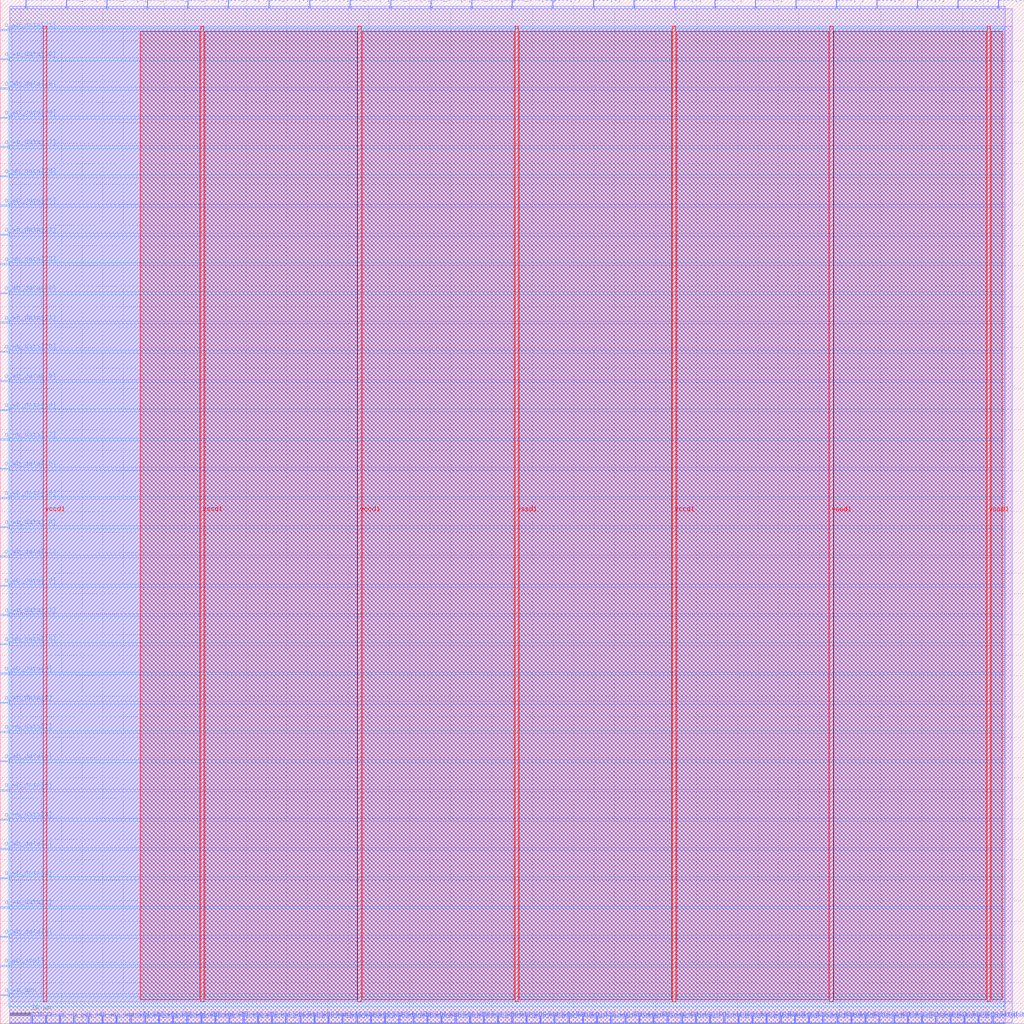
<source format=lef>
VERSION 5.7 ;
  NOWIREEXTENSIONATPIN ON ;
  DIVIDERCHAR "/" ;
  BUSBITCHARS "[]" ;
MACRO wb_buttons_leds
  CLASS BLOCK ;
  FOREIGN wb_buttons_leds ;
  ORIGIN 0.000 0.000 ;
  SIZE 500.000 BY 500.000 ;
  PIN buttons
    DIRECTION INPUT ;
    USE SIGNAL ;
    PORT
      LAYER met2 ;
        RECT 12.510 496.000 12.790 500.000 ;
    END
  END buttons
  PIN clk
    DIRECTION INPUT ;
    USE SIGNAL ;
    PORT
      LAYER met2 ;
        RECT 15.270 0.000 15.550 4.000 ;
    END
  END clk
  PIN i_wb_addr[0]
    DIRECTION INPUT ;
    USE SIGNAL ;
    PORT
      LAYER met2 ;
        RECT 49.770 0.000 50.050 4.000 ;
    END
  END i_wb_addr[0]
  PIN i_wb_addr[10]
    DIRECTION INPUT ;
    USE SIGNAL ;
    PORT
      LAYER met2 ;
        RECT 118.770 0.000 119.050 4.000 ;
    END
  END i_wb_addr[10]
  PIN i_wb_addr[11]
    DIRECTION INPUT ;
    USE SIGNAL ;
    PORT
      LAYER met2 ;
        RECT 125.670 0.000 125.950 4.000 ;
    END
  END i_wb_addr[11]
  PIN i_wb_addr[12]
    DIRECTION INPUT ;
    USE SIGNAL ;
    PORT
      LAYER met2 ;
        RECT 132.570 0.000 132.850 4.000 ;
    END
  END i_wb_addr[12]
  PIN i_wb_addr[13]
    DIRECTION INPUT ;
    USE SIGNAL ;
    PORT
      LAYER met2 ;
        RECT 139.470 0.000 139.750 4.000 ;
    END
  END i_wb_addr[13]
  PIN i_wb_addr[14]
    DIRECTION INPUT ;
    USE SIGNAL ;
    PORT
      LAYER met2 ;
        RECT 146.370 0.000 146.650 4.000 ;
    END
  END i_wb_addr[14]
  PIN i_wb_addr[15]
    DIRECTION INPUT ;
    USE SIGNAL ;
    PORT
      LAYER met2 ;
        RECT 153.270 0.000 153.550 4.000 ;
    END
  END i_wb_addr[15]
  PIN i_wb_addr[16]
    DIRECTION INPUT ;
    USE SIGNAL ;
    PORT
      LAYER met2 ;
        RECT 160.170 0.000 160.450 4.000 ;
    END
  END i_wb_addr[16]
  PIN i_wb_addr[17]
    DIRECTION INPUT ;
    USE SIGNAL ;
    PORT
      LAYER met2 ;
        RECT 167.070 0.000 167.350 4.000 ;
    END
  END i_wb_addr[17]
  PIN i_wb_addr[18]
    DIRECTION INPUT ;
    USE SIGNAL ;
    PORT
      LAYER met2 ;
        RECT 173.970 0.000 174.250 4.000 ;
    END
  END i_wb_addr[18]
  PIN i_wb_addr[19]
    DIRECTION INPUT ;
    USE SIGNAL ;
    PORT
      LAYER met2 ;
        RECT 180.870 0.000 181.150 4.000 ;
    END
  END i_wb_addr[19]
  PIN i_wb_addr[1]
    DIRECTION INPUT ;
    USE SIGNAL ;
    PORT
      LAYER met2 ;
        RECT 56.670 0.000 56.950 4.000 ;
    END
  END i_wb_addr[1]
  PIN i_wb_addr[20]
    DIRECTION INPUT ;
    USE SIGNAL ;
    PORT
      LAYER met2 ;
        RECT 187.770 0.000 188.050 4.000 ;
    END
  END i_wb_addr[20]
  PIN i_wb_addr[21]
    DIRECTION INPUT ;
    USE SIGNAL ;
    PORT
      LAYER met2 ;
        RECT 194.670 0.000 194.950 4.000 ;
    END
  END i_wb_addr[21]
  PIN i_wb_addr[22]
    DIRECTION INPUT ;
    USE SIGNAL ;
    PORT
      LAYER met2 ;
        RECT 201.570 0.000 201.850 4.000 ;
    END
  END i_wb_addr[22]
  PIN i_wb_addr[23]
    DIRECTION INPUT ;
    USE SIGNAL ;
    PORT
      LAYER met2 ;
        RECT 208.470 0.000 208.750 4.000 ;
    END
  END i_wb_addr[23]
  PIN i_wb_addr[24]
    DIRECTION INPUT ;
    USE SIGNAL ;
    PORT
      LAYER met2 ;
        RECT 215.370 0.000 215.650 4.000 ;
    END
  END i_wb_addr[24]
  PIN i_wb_addr[25]
    DIRECTION INPUT ;
    USE SIGNAL ;
    PORT
      LAYER met2 ;
        RECT 222.270 0.000 222.550 4.000 ;
    END
  END i_wb_addr[25]
  PIN i_wb_addr[26]
    DIRECTION INPUT ;
    USE SIGNAL ;
    PORT
      LAYER met2 ;
        RECT 229.170 0.000 229.450 4.000 ;
    END
  END i_wb_addr[26]
  PIN i_wb_addr[27]
    DIRECTION INPUT ;
    USE SIGNAL ;
    PORT
      LAYER met2 ;
        RECT 236.070 0.000 236.350 4.000 ;
    END
  END i_wb_addr[27]
  PIN i_wb_addr[28]
    DIRECTION INPUT ;
    USE SIGNAL ;
    PORT
      LAYER met2 ;
        RECT 242.970 0.000 243.250 4.000 ;
    END
  END i_wb_addr[28]
  PIN i_wb_addr[29]
    DIRECTION INPUT ;
    USE SIGNAL ;
    PORT
      LAYER met2 ;
        RECT 249.870 0.000 250.150 4.000 ;
    END
  END i_wb_addr[29]
  PIN i_wb_addr[2]
    DIRECTION INPUT ;
    USE SIGNAL ;
    PORT
      LAYER met2 ;
        RECT 63.570 0.000 63.850 4.000 ;
    END
  END i_wb_addr[2]
  PIN i_wb_addr[30]
    DIRECTION INPUT ;
    USE SIGNAL ;
    PORT
      LAYER met2 ;
        RECT 256.770 0.000 257.050 4.000 ;
    END
  END i_wb_addr[30]
  PIN i_wb_addr[31]
    DIRECTION INPUT ;
    USE SIGNAL ;
    PORT
      LAYER met2 ;
        RECT 263.670 0.000 263.950 4.000 ;
    END
  END i_wb_addr[31]
  PIN i_wb_addr[3]
    DIRECTION INPUT ;
    USE SIGNAL ;
    PORT
      LAYER met2 ;
        RECT 70.470 0.000 70.750 4.000 ;
    END
  END i_wb_addr[3]
  PIN i_wb_addr[4]
    DIRECTION INPUT ;
    USE SIGNAL ;
    PORT
      LAYER met2 ;
        RECT 77.370 0.000 77.650 4.000 ;
    END
  END i_wb_addr[4]
  PIN i_wb_addr[5]
    DIRECTION INPUT ;
    USE SIGNAL ;
    PORT
      LAYER met2 ;
        RECT 84.270 0.000 84.550 4.000 ;
    END
  END i_wb_addr[5]
  PIN i_wb_addr[6]
    DIRECTION INPUT ;
    USE SIGNAL ;
    PORT
      LAYER met2 ;
        RECT 91.170 0.000 91.450 4.000 ;
    END
  END i_wb_addr[6]
  PIN i_wb_addr[7]
    DIRECTION INPUT ;
    USE SIGNAL ;
    PORT
      LAYER met2 ;
        RECT 98.070 0.000 98.350 4.000 ;
    END
  END i_wb_addr[7]
  PIN i_wb_addr[8]
    DIRECTION INPUT ;
    USE SIGNAL ;
    PORT
      LAYER met2 ;
        RECT 104.970 0.000 105.250 4.000 ;
    END
  END i_wb_addr[8]
  PIN i_wb_addr[9]
    DIRECTION INPUT ;
    USE SIGNAL ;
    PORT
      LAYER met2 ;
        RECT 111.870 0.000 112.150 4.000 ;
    END
  END i_wb_addr[9]
  PIN i_wb_cyc
    DIRECTION INPUT ;
    USE SIGNAL ;
    PORT
      LAYER met2 ;
        RECT 29.070 0.000 29.350 4.000 ;
    END
  END i_wb_cyc
  PIN i_wb_data[0]
    DIRECTION INPUT ;
    USE SIGNAL ;
    PORT
      LAYER met2 ;
        RECT 270.570 0.000 270.850 4.000 ;
    END
  END i_wb_data[0]
  PIN i_wb_data[10]
    DIRECTION INPUT ;
    USE SIGNAL ;
    PORT
      LAYER met2 ;
        RECT 339.570 0.000 339.850 4.000 ;
    END
  END i_wb_data[10]
  PIN i_wb_data[11]
    DIRECTION INPUT ;
    USE SIGNAL ;
    PORT
      LAYER met2 ;
        RECT 346.470 0.000 346.750 4.000 ;
    END
  END i_wb_data[11]
  PIN i_wb_data[12]
    DIRECTION INPUT ;
    USE SIGNAL ;
    PORT
      LAYER met2 ;
        RECT 353.370 0.000 353.650 4.000 ;
    END
  END i_wb_data[12]
  PIN i_wb_data[13]
    DIRECTION INPUT ;
    USE SIGNAL ;
    PORT
      LAYER met2 ;
        RECT 360.270 0.000 360.550 4.000 ;
    END
  END i_wb_data[13]
  PIN i_wb_data[14]
    DIRECTION INPUT ;
    USE SIGNAL ;
    PORT
      LAYER met2 ;
        RECT 367.170 0.000 367.450 4.000 ;
    END
  END i_wb_data[14]
  PIN i_wb_data[15]
    DIRECTION INPUT ;
    USE SIGNAL ;
    PORT
      LAYER met2 ;
        RECT 374.070 0.000 374.350 4.000 ;
    END
  END i_wb_data[15]
  PIN i_wb_data[16]
    DIRECTION INPUT ;
    USE SIGNAL ;
    PORT
      LAYER met2 ;
        RECT 380.970 0.000 381.250 4.000 ;
    END
  END i_wb_data[16]
  PIN i_wb_data[17]
    DIRECTION INPUT ;
    USE SIGNAL ;
    PORT
      LAYER met2 ;
        RECT 387.870 0.000 388.150 4.000 ;
    END
  END i_wb_data[17]
  PIN i_wb_data[18]
    DIRECTION INPUT ;
    USE SIGNAL ;
    PORT
      LAYER met2 ;
        RECT 394.770 0.000 395.050 4.000 ;
    END
  END i_wb_data[18]
  PIN i_wb_data[19]
    DIRECTION INPUT ;
    USE SIGNAL ;
    PORT
      LAYER met2 ;
        RECT 401.670 0.000 401.950 4.000 ;
    END
  END i_wb_data[19]
  PIN i_wb_data[1]
    DIRECTION INPUT ;
    USE SIGNAL ;
    PORT
      LAYER met2 ;
        RECT 277.470 0.000 277.750 4.000 ;
    END
  END i_wb_data[1]
  PIN i_wb_data[20]
    DIRECTION INPUT ;
    USE SIGNAL ;
    PORT
      LAYER met2 ;
        RECT 408.570 0.000 408.850 4.000 ;
    END
  END i_wb_data[20]
  PIN i_wb_data[21]
    DIRECTION INPUT ;
    USE SIGNAL ;
    PORT
      LAYER met2 ;
        RECT 415.470 0.000 415.750 4.000 ;
    END
  END i_wb_data[21]
  PIN i_wb_data[22]
    DIRECTION INPUT ;
    USE SIGNAL ;
    PORT
      LAYER met2 ;
        RECT 422.370 0.000 422.650 4.000 ;
    END
  END i_wb_data[22]
  PIN i_wb_data[23]
    DIRECTION INPUT ;
    USE SIGNAL ;
    PORT
      LAYER met2 ;
        RECT 429.270 0.000 429.550 4.000 ;
    END
  END i_wb_data[23]
  PIN i_wb_data[24]
    DIRECTION INPUT ;
    USE SIGNAL ;
    PORT
      LAYER met2 ;
        RECT 436.170 0.000 436.450 4.000 ;
    END
  END i_wb_data[24]
  PIN i_wb_data[25]
    DIRECTION INPUT ;
    USE SIGNAL ;
    PORT
      LAYER met2 ;
        RECT 443.070 0.000 443.350 4.000 ;
    END
  END i_wb_data[25]
  PIN i_wb_data[26]
    DIRECTION INPUT ;
    USE SIGNAL ;
    PORT
      LAYER met2 ;
        RECT 449.970 0.000 450.250 4.000 ;
    END
  END i_wb_data[26]
  PIN i_wb_data[27]
    DIRECTION INPUT ;
    USE SIGNAL ;
    PORT
      LAYER met2 ;
        RECT 456.870 0.000 457.150 4.000 ;
    END
  END i_wb_data[27]
  PIN i_wb_data[28]
    DIRECTION INPUT ;
    USE SIGNAL ;
    PORT
      LAYER met2 ;
        RECT 463.770 0.000 464.050 4.000 ;
    END
  END i_wb_data[28]
  PIN i_wb_data[29]
    DIRECTION INPUT ;
    USE SIGNAL ;
    PORT
      LAYER met2 ;
        RECT 470.670 0.000 470.950 4.000 ;
    END
  END i_wb_data[29]
  PIN i_wb_data[2]
    DIRECTION INPUT ;
    USE SIGNAL ;
    PORT
      LAYER met2 ;
        RECT 284.370 0.000 284.650 4.000 ;
    END
  END i_wb_data[2]
  PIN i_wb_data[30]
    DIRECTION INPUT ;
    USE SIGNAL ;
    PORT
      LAYER met2 ;
        RECT 477.570 0.000 477.850 4.000 ;
    END
  END i_wb_data[30]
  PIN i_wb_data[31]
    DIRECTION INPUT ;
    USE SIGNAL ;
    PORT
      LAYER met2 ;
        RECT 484.470 0.000 484.750 4.000 ;
    END
  END i_wb_data[31]
  PIN i_wb_data[3]
    DIRECTION INPUT ;
    USE SIGNAL ;
    PORT
      LAYER met2 ;
        RECT 291.270 0.000 291.550 4.000 ;
    END
  END i_wb_data[3]
  PIN i_wb_data[4]
    DIRECTION INPUT ;
    USE SIGNAL ;
    PORT
      LAYER met2 ;
        RECT 298.170 0.000 298.450 4.000 ;
    END
  END i_wb_data[4]
  PIN i_wb_data[5]
    DIRECTION INPUT ;
    USE SIGNAL ;
    PORT
      LAYER met2 ;
        RECT 305.070 0.000 305.350 4.000 ;
    END
  END i_wb_data[5]
  PIN i_wb_data[6]
    DIRECTION INPUT ;
    USE SIGNAL ;
    PORT
      LAYER met2 ;
        RECT 311.970 0.000 312.250 4.000 ;
    END
  END i_wb_data[6]
  PIN i_wb_data[7]
    DIRECTION INPUT ;
    USE SIGNAL ;
    PORT
      LAYER met2 ;
        RECT 318.870 0.000 319.150 4.000 ;
    END
  END i_wb_data[7]
  PIN i_wb_data[8]
    DIRECTION INPUT ;
    USE SIGNAL ;
    PORT
      LAYER met2 ;
        RECT 325.770 0.000 326.050 4.000 ;
    END
  END i_wb_data[8]
  PIN i_wb_data[9]
    DIRECTION INPUT ;
    USE SIGNAL ;
    PORT
      LAYER met2 ;
        RECT 332.670 0.000 332.950 4.000 ;
    END
  END i_wb_data[9]
  PIN i_wb_stb
    DIRECTION INPUT ;
    USE SIGNAL ;
    PORT
      LAYER met2 ;
        RECT 35.970 0.000 36.250 4.000 ;
    END
  END i_wb_stb
  PIN i_wb_we
    DIRECTION INPUT ;
    USE SIGNAL ;
    PORT
      LAYER met2 ;
        RECT 42.870 0.000 43.150 4.000 ;
    END
  END i_wb_we
  PIN led_enb[0]
    DIRECTION OUTPUT TRISTATE ;
    USE SIGNAL ;
    PORT
      LAYER met2 ;
        RECT 32.290 496.000 32.570 500.000 ;
    END
  END led_enb[0]
  PIN led_enb[10]
    DIRECTION OUTPUT TRISTATE ;
    USE SIGNAL ;
    PORT
      LAYER met2 ;
        RECT 230.090 496.000 230.370 500.000 ;
    END
  END led_enb[10]
  PIN led_enb[11]
    DIRECTION OUTPUT TRISTATE ;
    USE SIGNAL ;
    PORT
      LAYER met2 ;
        RECT 249.870 496.000 250.150 500.000 ;
    END
  END led_enb[11]
  PIN led_enb[1]
    DIRECTION OUTPUT TRISTATE ;
    USE SIGNAL ;
    PORT
      LAYER met2 ;
        RECT 52.070 496.000 52.350 500.000 ;
    END
  END led_enb[1]
  PIN led_enb[2]
    DIRECTION OUTPUT TRISTATE ;
    USE SIGNAL ;
    PORT
      LAYER met2 ;
        RECT 71.850 496.000 72.130 500.000 ;
    END
  END led_enb[2]
  PIN led_enb[3]
    DIRECTION OUTPUT TRISTATE ;
    USE SIGNAL ;
    PORT
      LAYER met2 ;
        RECT 91.630 496.000 91.910 500.000 ;
    END
  END led_enb[3]
  PIN led_enb[4]
    DIRECTION OUTPUT TRISTATE ;
    USE SIGNAL ;
    PORT
      LAYER met2 ;
        RECT 111.410 496.000 111.690 500.000 ;
    END
  END led_enb[4]
  PIN led_enb[5]
    DIRECTION OUTPUT TRISTATE ;
    USE SIGNAL ;
    PORT
      LAYER met2 ;
        RECT 131.190 496.000 131.470 500.000 ;
    END
  END led_enb[5]
  PIN led_enb[6]
    DIRECTION OUTPUT TRISTATE ;
    USE SIGNAL ;
    PORT
      LAYER met2 ;
        RECT 150.970 496.000 151.250 500.000 ;
    END
  END led_enb[6]
  PIN led_enb[7]
    DIRECTION OUTPUT TRISTATE ;
    USE SIGNAL ;
    PORT
      LAYER met2 ;
        RECT 170.750 496.000 171.030 500.000 ;
    END
  END led_enb[7]
  PIN led_enb[8]
    DIRECTION OUTPUT TRISTATE ;
    USE SIGNAL ;
    PORT
      LAYER met2 ;
        RECT 190.530 496.000 190.810 500.000 ;
    END
  END led_enb[8]
  PIN led_enb[9]
    DIRECTION OUTPUT TRISTATE ;
    USE SIGNAL ;
    PORT
      LAYER met2 ;
        RECT 210.310 496.000 210.590 500.000 ;
    END
  END led_enb[9]
  PIN leds[0]
    DIRECTION OUTPUT TRISTATE ;
    USE SIGNAL ;
    PORT
      LAYER met2 ;
        RECT 269.650 496.000 269.930 500.000 ;
    END
  END leds[0]
  PIN leds[10]
    DIRECTION OUTPUT TRISTATE ;
    USE SIGNAL ;
    PORT
      LAYER met2 ;
        RECT 467.450 496.000 467.730 500.000 ;
    END
  END leds[10]
  PIN leds[11]
    DIRECTION OUTPUT TRISTATE ;
    USE SIGNAL ;
    PORT
      LAYER met2 ;
        RECT 487.230 496.000 487.510 500.000 ;
    END
  END leds[11]
  PIN leds[1]
    DIRECTION OUTPUT TRISTATE ;
    USE SIGNAL ;
    PORT
      LAYER met2 ;
        RECT 289.430 496.000 289.710 500.000 ;
    END
  END leds[1]
  PIN leds[2]
    DIRECTION OUTPUT TRISTATE ;
    USE SIGNAL ;
    PORT
      LAYER met2 ;
        RECT 309.210 496.000 309.490 500.000 ;
    END
  END leds[2]
  PIN leds[3]
    DIRECTION OUTPUT TRISTATE ;
    USE SIGNAL ;
    PORT
      LAYER met2 ;
        RECT 328.990 496.000 329.270 500.000 ;
    END
  END leds[3]
  PIN leds[4]
    DIRECTION OUTPUT TRISTATE ;
    USE SIGNAL ;
    PORT
      LAYER met2 ;
        RECT 348.770 496.000 349.050 500.000 ;
    END
  END leds[4]
  PIN leds[5]
    DIRECTION OUTPUT TRISTATE ;
    USE SIGNAL ;
    PORT
      LAYER met2 ;
        RECT 368.550 496.000 368.830 500.000 ;
    END
  END leds[5]
  PIN leds[6]
    DIRECTION OUTPUT TRISTATE ;
    USE SIGNAL ;
    PORT
      LAYER met2 ;
        RECT 388.330 496.000 388.610 500.000 ;
    END
  END leds[6]
  PIN leds[7]
    DIRECTION OUTPUT TRISTATE ;
    USE SIGNAL ;
    PORT
      LAYER met2 ;
        RECT 408.110 496.000 408.390 500.000 ;
    END
  END leds[7]
  PIN leds[8]
    DIRECTION OUTPUT TRISTATE ;
    USE SIGNAL ;
    PORT
      LAYER met2 ;
        RECT 427.890 496.000 428.170 500.000 ;
    END
  END leds[8]
  PIN leds[9]
    DIRECTION OUTPUT TRISTATE ;
    USE SIGNAL ;
    PORT
      LAYER met2 ;
        RECT 447.670 496.000 447.950 500.000 ;
    END
  END leds[9]
  PIN o_wb_ack
    DIRECTION OUTPUT TRISTATE ;
    USE SIGNAL ;
    PORT
      LAYER met3 ;
        RECT 0.000 13.640 4.000 14.240 ;
    END
  END o_wb_ack
  PIN o_wb_data[0]
    DIRECTION OUTPUT TRISTATE ;
    USE SIGNAL ;
    PORT
      LAYER met3 ;
        RECT 0.000 42.200 4.000 42.800 ;
    END
  END o_wb_data[0]
  PIN o_wb_data[10]
    DIRECTION OUTPUT TRISTATE ;
    USE SIGNAL ;
    PORT
      LAYER met3 ;
        RECT 0.000 185.000 4.000 185.600 ;
    END
  END o_wb_data[10]
  PIN o_wb_data[11]
    DIRECTION OUTPUT TRISTATE ;
    USE SIGNAL ;
    PORT
      LAYER met3 ;
        RECT 0.000 199.280 4.000 199.880 ;
    END
  END o_wb_data[11]
  PIN o_wb_data[12]
    DIRECTION OUTPUT TRISTATE ;
    USE SIGNAL ;
    PORT
      LAYER met3 ;
        RECT 0.000 213.560 4.000 214.160 ;
    END
  END o_wb_data[12]
  PIN o_wb_data[13]
    DIRECTION OUTPUT TRISTATE ;
    USE SIGNAL ;
    PORT
      LAYER met3 ;
        RECT 0.000 227.840 4.000 228.440 ;
    END
  END o_wb_data[13]
  PIN o_wb_data[14]
    DIRECTION OUTPUT TRISTATE ;
    USE SIGNAL ;
    PORT
      LAYER met3 ;
        RECT 0.000 242.120 4.000 242.720 ;
    END
  END o_wb_data[14]
  PIN o_wb_data[15]
    DIRECTION OUTPUT TRISTATE ;
    USE SIGNAL ;
    PORT
      LAYER met3 ;
        RECT 0.000 256.400 4.000 257.000 ;
    END
  END o_wb_data[15]
  PIN o_wb_data[16]
    DIRECTION OUTPUT TRISTATE ;
    USE SIGNAL ;
    PORT
      LAYER met3 ;
        RECT 0.000 270.680 4.000 271.280 ;
    END
  END o_wb_data[16]
  PIN o_wb_data[17]
    DIRECTION OUTPUT TRISTATE ;
    USE SIGNAL ;
    PORT
      LAYER met3 ;
        RECT 0.000 284.960 4.000 285.560 ;
    END
  END o_wb_data[17]
  PIN o_wb_data[18]
    DIRECTION OUTPUT TRISTATE ;
    USE SIGNAL ;
    PORT
      LAYER met3 ;
        RECT 0.000 299.240 4.000 299.840 ;
    END
  END o_wb_data[18]
  PIN o_wb_data[19]
    DIRECTION OUTPUT TRISTATE ;
    USE SIGNAL ;
    PORT
      LAYER met3 ;
        RECT 0.000 313.520 4.000 314.120 ;
    END
  END o_wb_data[19]
  PIN o_wb_data[1]
    DIRECTION OUTPUT TRISTATE ;
    USE SIGNAL ;
    PORT
      LAYER met3 ;
        RECT 0.000 56.480 4.000 57.080 ;
    END
  END o_wb_data[1]
  PIN o_wb_data[20]
    DIRECTION OUTPUT TRISTATE ;
    USE SIGNAL ;
    PORT
      LAYER met3 ;
        RECT 0.000 327.800 4.000 328.400 ;
    END
  END o_wb_data[20]
  PIN o_wb_data[21]
    DIRECTION OUTPUT TRISTATE ;
    USE SIGNAL ;
    PORT
      LAYER met3 ;
        RECT 0.000 342.080 4.000 342.680 ;
    END
  END o_wb_data[21]
  PIN o_wb_data[22]
    DIRECTION OUTPUT TRISTATE ;
    USE SIGNAL ;
    PORT
      LAYER met3 ;
        RECT 0.000 356.360 4.000 356.960 ;
    END
  END o_wb_data[22]
  PIN o_wb_data[23]
    DIRECTION OUTPUT TRISTATE ;
    USE SIGNAL ;
    PORT
      LAYER met3 ;
        RECT 0.000 370.640 4.000 371.240 ;
    END
  END o_wb_data[23]
  PIN o_wb_data[24]
    DIRECTION OUTPUT TRISTATE ;
    USE SIGNAL ;
    PORT
      LAYER met3 ;
        RECT 0.000 384.920 4.000 385.520 ;
    END
  END o_wb_data[24]
  PIN o_wb_data[25]
    DIRECTION OUTPUT TRISTATE ;
    USE SIGNAL ;
    PORT
      LAYER met3 ;
        RECT 0.000 399.200 4.000 399.800 ;
    END
  END o_wb_data[25]
  PIN o_wb_data[26]
    DIRECTION OUTPUT TRISTATE ;
    USE SIGNAL ;
    PORT
      LAYER met3 ;
        RECT 0.000 413.480 4.000 414.080 ;
    END
  END o_wb_data[26]
  PIN o_wb_data[27]
    DIRECTION OUTPUT TRISTATE ;
    USE SIGNAL ;
    PORT
      LAYER met3 ;
        RECT 0.000 427.760 4.000 428.360 ;
    END
  END o_wb_data[27]
  PIN o_wb_data[28]
    DIRECTION OUTPUT TRISTATE ;
    USE SIGNAL ;
    PORT
      LAYER met3 ;
        RECT 0.000 442.040 4.000 442.640 ;
    END
  END o_wb_data[28]
  PIN o_wb_data[29]
    DIRECTION OUTPUT TRISTATE ;
    USE SIGNAL ;
    PORT
      LAYER met3 ;
        RECT 0.000 456.320 4.000 456.920 ;
    END
  END o_wb_data[29]
  PIN o_wb_data[2]
    DIRECTION OUTPUT TRISTATE ;
    USE SIGNAL ;
    PORT
      LAYER met3 ;
        RECT 0.000 70.760 4.000 71.360 ;
    END
  END o_wb_data[2]
  PIN o_wb_data[30]
    DIRECTION OUTPUT TRISTATE ;
    USE SIGNAL ;
    PORT
      LAYER met3 ;
        RECT 0.000 470.600 4.000 471.200 ;
    END
  END o_wb_data[30]
  PIN o_wb_data[31]
    DIRECTION OUTPUT TRISTATE ;
    USE SIGNAL ;
    PORT
      LAYER met3 ;
        RECT 0.000 484.880 4.000 485.480 ;
    END
  END o_wb_data[31]
  PIN o_wb_data[3]
    DIRECTION OUTPUT TRISTATE ;
    USE SIGNAL ;
    PORT
      LAYER met3 ;
        RECT 0.000 85.040 4.000 85.640 ;
    END
  END o_wb_data[3]
  PIN o_wb_data[4]
    DIRECTION OUTPUT TRISTATE ;
    USE SIGNAL ;
    PORT
      LAYER met3 ;
        RECT 0.000 99.320 4.000 99.920 ;
    END
  END o_wb_data[4]
  PIN o_wb_data[5]
    DIRECTION OUTPUT TRISTATE ;
    USE SIGNAL ;
    PORT
      LAYER met3 ;
        RECT 0.000 113.600 4.000 114.200 ;
    END
  END o_wb_data[5]
  PIN o_wb_data[6]
    DIRECTION OUTPUT TRISTATE ;
    USE SIGNAL ;
    PORT
      LAYER met3 ;
        RECT 0.000 127.880 4.000 128.480 ;
    END
  END o_wb_data[6]
  PIN o_wb_data[7]
    DIRECTION OUTPUT TRISTATE ;
    USE SIGNAL ;
    PORT
      LAYER met3 ;
        RECT 0.000 142.160 4.000 142.760 ;
    END
  END o_wb_data[7]
  PIN o_wb_data[8]
    DIRECTION OUTPUT TRISTATE ;
    USE SIGNAL ;
    PORT
      LAYER met3 ;
        RECT 0.000 156.440 4.000 157.040 ;
    END
  END o_wb_data[8]
  PIN o_wb_data[9]
    DIRECTION OUTPUT TRISTATE ;
    USE SIGNAL ;
    PORT
      LAYER met3 ;
        RECT 0.000 170.720 4.000 171.320 ;
    END
  END o_wb_data[9]
  PIN o_wb_stall
    DIRECTION OUTPUT TRISTATE ;
    USE SIGNAL ;
    PORT
      LAYER met3 ;
        RECT 0.000 27.920 4.000 28.520 ;
    END
  END o_wb_stall
  PIN reset
    DIRECTION INPUT ;
    USE SIGNAL ;
    PORT
      LAYER met2 ;
        RECT 22.170 0.000 22.450 4.000 ;
    END
  END reset
  PIN vccd1
    DIRECTION INOUT ;
    USE POWER ;
    PORT
      LAYER met4 ;
        RECT 21.040 10.640 22.640 487.120 ;
    END
    PORT
      LAYER met4 ;
        RECT 174.640 10.640 176.240 487.120 ;
    END
    PORT
      LAYER met4 ;
        RECT 328.240 10.640 329.840 487.120 ;
    END
    PORT
      LAYER met4 ;
        RECT 481.840 10.640 483.440 487.120 ;
    END
  END vccd1
  PIN vssd1
    DIRECTION INOUT ;
    USE GROUND ;
    PORT
      LAYER met4 ;
        RECT 97.840 10.640 99.440 487.120 ;
    END
    PORT
      LAYER met4 ;
        RECT 251.440 10.640 253.040 487.120 ;
    END
    PORT
      LAYER met4 ;
        RECT 405.040 10.640 406.640 487.120 ;
    END
  END vssd1
  OBS
      LAYER li1 ;
        RECT 5.520 10.795 494.040 486.965 ;
      LAYER met1 ;
        RECT 4.670 0.380 494.040 495.680 ;
      LAYER met2 ;
        RECT 4.690 495.720 12.230 496.810 ;
        RECT 13.070 495.720 32.010 496.810 ;
        RECT 32.850 495.720 51.790 496.810 ;
        RECT 52.630 495.720 71.570 496.810 ;
        RECT 72.410 495.720 91.350 496.810 ;
        RECT 92.190 495.720 111.130 496.810 ;
        RECT 111.970 495.720 130.910 496.810 ;
        RECT 131.750 495.720 150.690 496.810 ;
        RECT 151.530 495.720 170.470 496.810 ;
        RECT 171.310 495.720 190.250 496.810 ;
        RECT 191.090 495.720 210.030 496.810 ;
        RECT 210.870 495.720 229.810 496.810 ;
        RECT 230.650 495.720 249.590 496.810 ;
        RECT 250.430 495.720 269.370 496.810 ;
        RECT 270.210 495.720 289.150 496.810 ;
        RECT 289.990 495.720 308.930 496.810 ;
        RECT 309.770 495.720 328.710 496.810 ;
        RECT 329.550 495.720 348.490 496.810 ;
        RECT 349.330 495.720 368.270 496.810 ;
        RECT 369.110 495.720 388.050 496.810 ;
        RECT 388.890 495.720 407.830 496.810 ;
        RECT 408.670 495.720 427.610 496.810 ;
        RECT 428.450 495.720 447.390 496.810 ;
        RECT 448.230 495.720 467.170 496.810 ;
        RECT 468.010 495.720 486.950 496.810 ;
        RECT 487.790 495.720 490.720 496.810 ;
        RECT 4.690 4.280 490.720 495.720 ;
        RECT 4.690 0.350 14.990 4.280 ;
        RECT 15.830 0.350 21.890 4.280 ;
        RECT 22.730 0.350 28.790 4.280 ;
        RECT 29.630 0.350 35.690 4.280 ;
        RECT 36.530 0.350 42.590 4.280 ;
        RECT 43.430 0.350 49.490 4.280 ;
        RECT 50.330 0.350 56.390 4.280 ;
        RECT 57.230 0.350 63.290 4.280 ;
        RECT 64.130 0.350 70.190 4.280 ;
        RECT 71.030 0.350 77.090 4.280 ;
        RECT 77.930 0.350 83.990 4.280 ;
        RECT 84.830 0.350 90.890 4.280 ;
        RECT 91.730 0.350 97.790 4.280 ;
        RECT 98.630 0.350 104.690 4.280 ;
        RECT 105.530 0.350 111.590 4.280 ;
        RECT 112.430 0.350 118.490 4.280 ;
        RECT 119.330 0.350 125.390 4.280 ;
        RECT 126.230 0.350 132.290 4.280 ;
        RECT 133.130 0.350 139.190 4.280 ;
        RECT 140.030 0.350 146.090 4.280 ;
        RECT 146.930 0.350 152.990 4.280 ;
        RECT 153.830 0.350 159.890 4.280 ;
        RECT 160.730 0.350 166.790 4.280 ;
        RECT 167.630 0.350 173.690 4.280 ;
        RECT 174.530 0.350 180.590 4.280 ;
        RECT 181.430 0.350 187.490 4.280 ;
        RECT 188.330 0.350 194.390 4.280 ;
        RECT 195.230 0.350 201.290 4.280 ;
        RECT 202.130 0.350 208.190 4.280 ;
        RECT 209.030 0.350 215.090 4.280 ;
        RECT 215.930 0.350 221.990 4.280 ;
        RECT 222.830 0.350 228.890 4.280 ;
        RECT 229.730 0.350 235.790 4.280 ;
        RECT 236.630 0.350 242.690 4.280 ;
        RECT 243.530 0.350 249.590 4.280 ;
        RECT 250.430 0.350 256.490 4.280 ;
        RECT 257.330 0.350 263.390 4.280 ;
        RECT 264.230 0.350 270.290 4.280 ;
        RECT 271.130 0.350 277.190 4.280 ;
        RECT 278.030 0.350 284.090 4.280 ;
        RECT 284.930 0.350 290.990 4.280 ;
        RECT 291.830 0.350 297.890 4.280 ;
        RECT 298.730 0.350 304.790 4.280 ;
        RECT 305.630 0.350 311.690 4.280 ;
        RECT 312.530 0.350 318.590 4.280 ;
        RECT 319.430 0.350 325.490 4.280 ;
        RECT 326.330 0.350 332.390 4.280 ;
        RECT 333.230 0.350 339.290 4.280 ;
        RECT 340.130 0.350 346.190 4.280 ;
        RECT 347.030 0.350 353.090 4.280 ;
        RECT 353.930 0.350 359.990 4.280 ;
        RECT 360.830 0.350 366.890 4.280 ;
        RECT 367.730 0.350 373.790 4.280 ;
        RECT 374.630 0.350 380.690 4.280 ;
        RECT 381.530 0.350 387.590 4.280 ;
        RECT 388.430 0.350 394.490 4.280 ;
        RECT 395.330 0.350 401.390 4.280 ;
        RECT 402.230 0.350 408.290 4.280 ;
        RECT 409.130 0.350 415.190 4.280 ;
        RECT 416.030 0.350 422.090 4.280 ;
        RECT 422.930 0.350 428.990 4.280 ;
        RECT 429.830 0.350 435.890 4.280 ;
        RECT 436.730 0.350 442.790 4.280 ;
        RECT 443.630 0.350 449.690 4.280 ;
        RECT 450.530 0.350 456.590 4.280 ;
        RECT 457.430 0.350 463.490 4.280 ;
        RECT 464.330 0.350 470.390 4.280 ;
        RECT 471.230 0.350 477.290 4.280 ;
        RECT 478.130 0.350 484.190 4.280 ;
        RECT 485.030 0.350 490.720 4.280 ;
      LAYER met3 ;
        RECT 4.000 485.880 490.295 487.045 ;
        RECT 4.400 484.480 490.295 485.880 ;
        RECT 4.000 471.600 490.295 484.480 ;
        RECT 4.400 470.200 490.295 471.600 ;
        RECT 4.000 457.320 490.295 470.200 ;
        RECT 4.400 455.920 490.295 457.320 ;
        RECT 4.000 443.040 490.295 455.920 ;
        RECT 4.400 441.640 490.295 443.040 ;
        RECT 4.000 428.760 490.295 441.640 ;
        RECT 4.400 427.360 490.295 428.760 ;
        RECT 4.000 414.480 490.295 427.360 ;
        RECT 4.400 413.080 490.295 414.480 ;
        RECT 4.000 400.200 490.295 413.080 ;
        RECT 4.400 398.800 490.295 400.200 ;
        RECT 4.000 385.920 490.295 398.800 ;
        RECT 4.400 384.520 490.295 385.920 ;
        RECT 4.000 371.640 490.295 384.520 ;
        RECT 4.400 370.240 490.295 371.640 ;
        RECT 4.000 357.360 490.295 370.240 ;
        RECT 4.400 355.960 490.295 357.360 ;
        RECT 4.000 343.080 490.295 355.960 ;
        RECT 4.400 341.680 490.295 343.080 ;
        RECT 4.000 328.800 490.295 341.680 ;
        RECT 4.400 327.400 490.295 328.800 ;
        RECT 4.000 314.520 490.295 327.400 ;
        RECT 4.400 313.120 490.295 314.520 ;
        RECT 4.000 300.240 490.295 313.120 ;
        RECT 4.400 298.840 490.295 300.240 ;
        RECT 4.000 285.960 490.295 298.840 ;
        RECT 4.400 284.560 490.295 285.960 ;
        RECT 4.000 271.680 490.295 284.560 ;
        RECT 4.400 270.280 490.295 271.680 ;
        RECT 4.000 257.400 490.295 270.280 ;
        RECT 4.400 256.000 490.295 257.400 ;
        RECT 4.000 243.120 490.295 256.000 ;
        RECT 4.400 241.720 490.295 243.120 ;
        RECT 4.000 228.840 490.295 241.720 ;
        RECT 4.400 227.440 490.295 228.840 ;
        RECT 4.000 214.560 490.295 227.440 ;
        RECT 4.400 213.160 490.295 214.560 ;
        RECT 4.000 200.280 490.295 213.160 ;
        RECT 4.400 198.880 490.295 200.280 ;
        RECT 4.000 186.000 490.295 198.880 ;
        RECT 4.400 184.600 490.295 186.000 ;
        RECT 4.000 171.720 490.295 184.600 ;
        RECT 4.400 170.320 490.295 171.720 ;
        RECT 4.000 157.440 490.295 170.320 ;
        RECT 4.400 156.040 490.295 157.440 ;
        RECT 4.000 143.160 490.295 156.040 ;
        RECT 4.400 141.760 490.295 143.160 ;
        RECT 4.000 128.880 490.295 141.760 ;
        RECT 4.400 127.480 490.295 128.880 ;
        RECT 4.000 114.600 490.295 127.480 ;
        RECT 4.400 113.200 490.295 114.600 ;
        RECT 4.000 100.320 490.295 113.200 ;
        RECT 4.400 98.920 490.295 100.320 ;
        RECT 4.000 86.040 490.295 98.920 ;
        RECT 4.400 84.640 490.295 86.040 ;
        RECT 4.000 71.760 490.295 84.640 ;
        RECT 4.400 70.360 490.295 71.760 ;
        RECT 4.000 57.480 490.295 70.360 ;
        RECT 4.400 56.080 490.295 57.480 ;
        RECT 4.000 43.200 490.295 56.080 ;
        RECT 4.400 41.800 490.295 43.200 ;
        RECT 4.000 28.920 490.295 41.800 ;
        RECT 4.400 27.520 490.295 28.920 ;
        RECT 4.000 14.640 490.295 27.520 ;
        RECT 4.400 13.240 490.295 14.640 ;
        RECT 4.000 8.335 490.295 13.240 ;
      LAYER met4 ;
        RECT 68.375 11.735 97.440 484.665 ;
        RECT 99.840 11.735 174.240 484.665 ;
        RECT 176.640 11.735 251.040 484.665 ;
        RECT 253.440 11.735 327.840 484.665 ;
        RECT 330.240 11.735 404.640 484.665 ;
        RECT 407.040 11.735 481.440 484.665 ;
        RECT 483.840 11.735 489.145 484.665 ;
  END
END wb_buttons_leds
END LIBRARY


</source>
